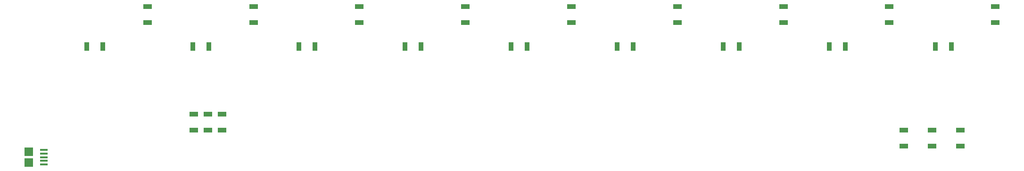
<source format=gtp>
G04*
G04 #@! TF.GenerationSoftware,Altium Limited,Altium Designer,22.7.1 (60)*
G04*
G04 Layer_Color=8421504*
%FSLAX24Y24*%
%MOIN*%
G70*
G04*
G04 #@! TF.SameCoordinates,DC1CCC30-8026-4ED1-971E-78593126AE31*
G04*
G04*
G04 #@! TF.FilePolarity,Positive*
G04*
G01*
G75*
%ADD12R,0.0610X0.0591*%
%ADD13R,0.0531X0.0157*%
%ADD14R,0.0630X0.0354*%
%ADD15R,0.0354X0.0630*%
D12*
X4492Y30913D02*
D03*
Y31701D02*
D03*
D13*
X5555Y30795D02*
D03*
Y31051D02*
D03*
Y31307D02*
D03*
Y31563D02*
D03*
Y31819D02*
D03*
D14*
X16176Y33217D02*
D03*
Y34358D02*
D03*
X70358Y32094D02*
D03*
Y33236D02*
D03*
X66358D02*
D03*
Y32094D02*
D03*
X68358D02*
D03*
Y33236D02*
D03*
X12894Y40846D02*
D03*
Y41988D02*
D03*
X20386Y40846D02*
D03*
Y41988D02*
D03*
X27879Y40846D02*
D03*
Y41988D02*
D03*
X35372Y40846D02*
D03*
Y41988D02*
D03*
X42864Y40846D02*
D03*
Y41988D02*
D03*
X50357Y40846D02*
D03*
Y41988D02*
D03*
X57849Y40846D02*
D03*
Y41988D02*
D03*
X65342Y40846D02*
D03*
Y41988D02*
D03*
X72835Y40846D02*
D03*
Y41988D02*
D03*
X18176Y33217D02*
D03*
Y34358D02*
D03*
X17176Y33217D02*
D03*
Y34358D02*
D03*
D15*
X69724Y39173D02*
D03*
X68583D02*
D03*
X9724D02*
D03*
X8583D02*
D03*
X17224D02*
D03*
X16083D02*
D03*
X24724D02*
D03*
X23583D02*
D03*
X32224D02*
D03*
X31083D02*
D03*
X39724D02*
D03*
X38583D02*
D03*
X47224D02*
D03*
X46083D02*
D03*
X54724D02*
D03*
X53583D02*
D03*
X62224D02*
D03*
X61083D02*
D03*
M02*

</source>
